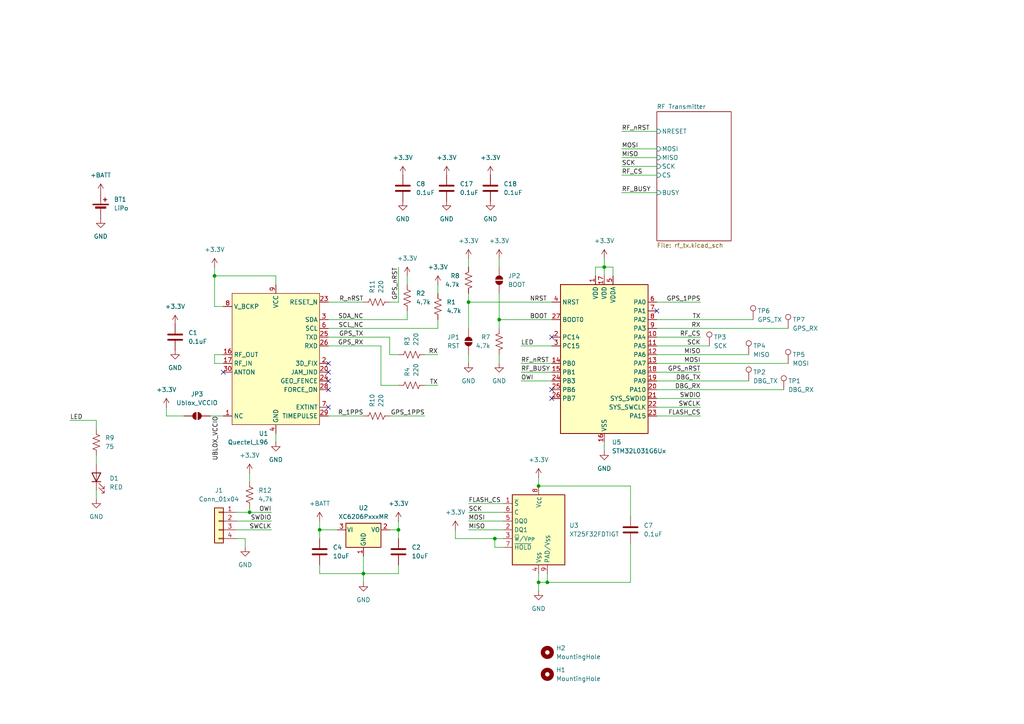
<source format=kicad_sch>
(kicad_sch (version 20231120) (generator "eeschema") (generator_version "8.0")
  (paper "A4")
  (lib_symbols
    (symbol "Connector:TestPoint" (pin_numbers hide) (pin_names (offset 0.762) hide)
      (property "Reference" "TP" (at 0 6.858 0))
      (property "Value" "TestPoint" (at 0 5.08 0))
      (symbol "TestPoint_0_1"
        (circle (center 0 3.302) (radius 0.762))
      )
      (symbol "TestPoint_1_1"
        (pin passive line (at 0 0 90) (length 2.54) (name "1") (number "1"))
      )
    )
    (symbol "Connector_Generic:Conn_01x04" (pin_names (offset 1.016) hide)
      (property "Reference" "J" (at 0 5.08 0))
      (property "Value" "Conn_01x04" (at 0 -7.62 0))
      (symbol "Conn_01x04_1_1"
        (rectangle (start -1.27 -4.953) (end 0 -5.207) (stroke (width 0.1524)))
        (rectangle (start -1.27 -2.413) (end 0 -2.667) (stroke (width 0.1524)))
        (rectangle (start -1.27 0.127) (end 0 -0.127) (stroke (width 0.1524)))
        (rectangle (start -1.27 2.667) (end 0 2.413) (stroke (width 0.1524)))
        (rectangle (start -1.27 3.81) (end 1.27 -6.35) (stroke (width 0.254)) (fill (type background)))
        (pin passive line (at -5.08 2.54 0) (length 3.81) (name "Pin_1") (number "1"))
        (pin passive line (at -5.08 0 0) (length 3.81) (name "Pin_2") (number "2"))
        (pin passive line (at -5.08 -2.54 0) (length 3.81) (name "Pin_3") (number "3"))
        (pin passive line (at -5.08 -5.08 0) (length 3.81) (name "Pin_4") (number "4"))
      )
    )
    (symbol "Device:Battery_Cell" (pin_numbers hide) (pin_names (offset 0) hide)
      (property "Reference" "BT1" (at 3.81 3.1115 0))
      (property "Value" "LiPo" (at 3.81 0.5715 0))
      (symbol "Battery_Cell_0_1"
        (rectangle (start -2.286 1.778) (end 2.286 1.524) (fill (type outline)))
        (rectangle (start -1.524 1.016) (end 1.524 0.508) (fill (type outline)))
        (polyline (pts (xy 0 0.762) (xy 0 0)))
        (polyline (pts (xy 0 1.778) (xy 0 2.54)))
        (polyline (pts (xy 0.762 3.048) (xy 1.778 3.048)) (stroke (width 0.254)))
        (polyline (pts (xy 1.27 3.556) (xy 1.27 2.54)) (stroke (width 0.254)))
      )
      (symbol "Battery_Cell_1_1"
        (pin power_out line (at 0 5.08 270) (length 2.54) (name "+") (number "1"))
        (pin power_out line (at 0 -2.54 90) (length 2.54) (name "-") (number "2"))
      )
    )
    (symbol "Device:C" (pin_numbers hide) (pin_names (offset 0.254))
      (property "Reference" "C" (at 0.635 2.54 0))
      (property "Value" "C" (at 0.635 -2.54 0))
      (symbol "C_0_1"
        (polyline (pts (xy -2.032 -0.762) (xy 2.032 -0.762)) (stroke (width 0.508)))
        (polyline (pts (xy -2.032 0.762) (xy 2.032 0.762)) (stroke (width 0.508)))
      )
      (symbol "C_1_1"
        (pin passive line (at 0 3.81 270) (length 2.794) (name "~") (number "1"))
        (pin passive line (at 0 -3.81 90) (length 2.794) (name "~") (number "2"))
      )
    )
    (symbol "Device:LED" (pin_numbers hide) (pin_names (offset 1.016) hide)
      (property "Reference" "D" (at 0 2.54 0))
      (property "Value" "LED" (at 0 -2.54 0))
      (symbol "LED_0_1"
        (polyline (pts (xy -1.27 -1.27) (xy -1.27 1.27)) (stroke (width 0.254)))
        (polyline (pts (xy -1.27 0) (xy 1.27 0)))
        (polyline (pts (xy 1.27 -1.27) (xy 1.27 1.27) (xy -1.27 0) (xy 1.27 -1.27)) (stroke (width 0.254)))
        (polyline (pts (xy -3.048 -0.762) (xy -4.572 -2.286) (xy -3.81 -2.286) (xy -4.572 -2.286) (xy -4.572 -1.524)))
        (polyline (pts (xy -1.778 -0.762) (xy -3.302 -2.286) (xy -2.54 -2.286) (xy -3.302 -2.286) (xy -3.302 -1.524)))
      )
      (symbol "LED_1_1"
        (pin passive line (at -3.81 0 0) (length 2.54) (name "K") (number "1"))
        (pin passive line (at 3.81 0 180) (length 2.54) (name "A") (number "2"))
      )
    )
    (symbol "Device:R_US" (pin_numbers hide) (pin_names (offset 0))
      (property "Reference" "R" (at 2.54 0 90))
      (property "Value" "R_US" (at -2.54 0 90))
      (symbol "R_US_0_1"
        (polyline (pts (xy 0 -2.286) (xy 0 -2.54)))
        (polyline (pts (xy 0 2.286) (xy 0 2.54)))
        (polyline (pts (xy 0 -0.762) (xy 1.016 -1.143) (xy 0 -1.524) (xy -1.016 -1.905) (xy 0 -2.286)))
        (polyline (pts (xy 0 0.762) (xy 1.016 0.381) (xy 0 0) (xy -1.016 -0.381) (xy 0 -0.762)))
        (polyline (pts (xy 0 2.286) (xy 1.016 1.905) (xy 0 1.524) (xy -1.016 1.143) (xy 0 0.762)))
      )
      (symbol "R_US_1_1"
        (pin passive line (at 0 3.81 270) (length 1.27) (name "~") (number "1"))
        (pin passive line (at 0 -3.81 90) (length 1.27) (name "~") (number "2"))
      )
    )
    (symbol "Jumper:SolderJumper_2_Open" (pin_numbers hide) (pin_names (offset 0) hide) (exclude_from_sim yes) (in_bom no)
      (property "Reference" "JP" (at 0 2.032 0))
      (property "Value" "SolderJumper_2_Open" (at 0 -2.54 0))
      (symbol "SolderJumper_2_Open_0_1"
        (arc (start -0.254 1.016) (mid -1.2656 0) (end -0.254 -1.016))
        (arc (start -0.254 1.016) (mid -1.2656 0) (end -0.254 -1.016) (fill (type outline)))
        (polyline (pts (xy -0.254 1.016) (xy -0.254 -1.016)))
        (polyline (pts (xy 0.254 1.016) (xy 0.254 -1.016)))
        (arc (start 0.254 -1.016) (mid 1.2656 0) (end 0.254 1.016))
        (arc (start 0.254 -1.016) (mid 1.2656 0) (end 0.254 1.016) (fill (type outline)))
      )
      (symbol "SolderJumper_2_Open_1_1"
        (pin passive line (at -3.81 0 0) (length 2.54) (name "A") (number "1"))
        (pin passive line (at 3.81 0 180) (length 2.54) (name "B") (number "2"))
      )
    )
    (symbol "MCU_ST_STM32L0:STM32L031G6Ux"
      (property "Reference" "U" (at -12.7 24.13 0))
      (property "Value" "STM32L031G6Ux" (at 5.08 24.13 0))
      (symbol "STM32L031G6Ux_0_1"
        (rectangle (start -12.7 -20.32) (end 12.7 22.86) (stroke (width 0.254)) (fill (type background)))
      )
      (symbol "STM32L031G6Ux_1_1"
        (pin power_in line (at -2.54 25.4 270) (length 2.54) (name "VDD") (number "1"))
        (pin bidirectional line (at 15.24 7.62 180) (length 2.54) (name "PA4") (number "10"))
        (pin bidirectional line (at 15.24 5.08 180) (length 2.54) (name "PA5") (number "11"))
        (pin bidirectional line (at 15.24 2.54 180) (length 2.54) (name "PA6") (number "12"))
        (pin bidirectional line (at 15.24 0 180) (length 2.54) (name "PA7") (number "13"))
        (pin bidirectional line (at -15.24 0 0) (length 2.54) (name "PB0") (number "14"))
        (pin bidirectional line (at -15.24 -2.54 0) (length 2.54) (name "PB1") (number "15"))
        (pin power_in line (at 0 -22.86 90) (length 2.54) (name "VSS") (number "16"))
        (pin power_in line (at 0 25.4 270) (length 2.54) (name "VDD") (number "17"))
        (pin bidirectional line (at 15.24 -2.54 180) (length 2.54) (name "PA8") (number "18"))
        (pin bidirectional line (at 15.24 -5.08 180) (length 2.54) (name "PA9") (number "19"))
        (pin bidirectional line (at -15.24 7.62 0) (length 2.54) (name "PC14") (number "2"))
        (pin bidirectional line (at 15.24 -7.62 180) (length 2.54) (name "PA10") (number "20"))
        (pin bidirectional line (at 15.24 -10.16 180) (length 2.54) (name "PA13") (number "21") (alternate "SYS_SWDIO" bidirectional line))
        (pin bidirectional line (at 15.24 -12.7 180) (length 2.54) (name "PA14") (number "22") (alternate "SYS_SWCLK" bidirectional line))
        (pin bidirectional line (at 15.24 -15.24 180) (length 2.54) (name "PA15") (number "23"))
        (pin bidirectional line (at -15.24 -5.08 0) (length 2.54) (name "PB3") (number "24"))
        (pin bidirectional line (at -15.24 -7.62 0) (length 2.54) (name "PB6") (number "25"))
        (pin bidirectional line (at -15.24 -10.16 0) (length 2.54) (name "PB7") (number "26"))
        (pin input line (at -15.24 12.7 0) (length 2.54) (name "BOOT0") (number "27"))
        (pin passive line (at 0 -22.86 90) (length 2.54) hide (name "VSS") (number "28"))
        (pin bidirectional line (at -15.24 5.08 0) (length 2.54) (name "PC15") (number "3"))
        (pin input line (at -15.24 17.78 0) (length 2.54) (name "NRST") (number "4"))
        (pin power_in line (at 2.54 25.4 270) (length 2.54) (name "VDDA") (number "5"))
        (pin bidirectional line (at 15.24 17.78 180) (length 2.54) (name "PA0") (number "6"))
        (pin bidirectional line (at 15.24 15.24 180) (length 2.54) (name "PA1") (number "7"))
        (pin bidirectional line (at 15.24 12.7 180) (length 2.54) (name "PA2") (number "8"))
        (pin bidirectional line (at 15.24 10.16 180) (length 2.54) (name "PA3") (number "9"))
      )
    )
    (symbol "Mechanical:MountingHole" (pin_names (offset 1.016)) (exclude_from_sim yes) (in_bom no)
      (property "Reference" "H" (at 0 5.08 0))
      (property "Value" "MountingHole" (at 0 3.175 0))
      (symbol "MountingHole_0_1"
        (circle (center 0 0) (radius 1.27) (stroke (width 1.27)))
      )
    )
    (symbol "Memory_Flash:M25PX32-VMP"
      (property "Reference" "U" (at -10.16 10.16 0))
      (property "Value" "M25PX32-VMP" (at 8.89 11.43 0))
      (symbol "M25PX32-VMP_0_1"
        (rectangle (start -7.62 10.16) (end 7.62 -10.16) (stroke (width 0.254)) (fill (type background)))
      )
      (symbol "M25PX32-VMP_1_1"
        (pin input line (at -10.16 7.62 0) (length 2.54) (name "~{S}") (number "1"))
        (pin bidirectional line (at -10.16 0 0) (length 2.54) (name "DQ1") (number "2"))
        (pin input line (at -10.16 -2.54 0) (length 2.54) (name "~{W}/V_{PP}") (number "3"))
        (pin power_in line (at 0 -12.7 90) (length 2.54) (name "V_{SS}") (number "4"))
        (pin bidirectional line (at -10.16 2.54 0) (length 2.54) (name "DQ0") (number "5"))
        (pin input line (at -10.16 5.08 0) (length 2.54) (name "C") (number "6"))
        (pin input line (at -10.16 -5.08 0) (length 2.54) (name "~{HOLD}") (number "7"))
        (pin power_in line (at 0 12.7 270) (length 2.54) (name "V_{CC}") (number "8"))
        (pin power_in line (at 2.54 -12.7 90) (length 2.54) (name "PAD/V_{SS}") (number "9"))
      )
    )
    (symbol "RF_Custom:Quectel_L96"
      (property "Reference" "U3" (at 2.1941 -20.32 0))
      (property "Value" "Quectel_L96" (at 2.1941 -22.86 0))
      (symbol "Quectel_L96_1_1"
        (rectangle (start -12.7 20.32) (end 12.7 -17.78) (fill (type background)))
        (pin passive line (at 15.24 -15.24 180) (length 2.54) (name "NC") (number "1"))
        (pin power_in line (at 0 -20.32 90) (length 2.54) hide (name "GND") (number "10"))
        (pin power_in line (at 0 -20.32 90) (length 2.54) hide (name "GND") (number "11"))
        (pin power_in line (at 0 -20.32 90) (length 2.54) hide (name "GND") (number "12"))
        (pin power_in line (at 0 -20.32 90) (length 2.54) hide (name "GND") (number "13"))
        (pin power_in line (at 0 -20.32 90) (length 2.54) hide (name "GND") (number "14"))
        (pin power_in line (at 0 -20.32 90) (length 2.54) hide (name "GND") (number "15"))
        (pin output line (at 15.24 2.54 180) (length 2.54) (name "RF_OUT") (number "16"))
        (pin input line (at 15.24 0 180) (length 2.54) (name "RF_IN") (number "17"))
        (pin power_in line (at 0 -20.32 90) (length 2.54) hide (name "GND") (number "18"))
        (pin power_in line (at 0 -20.32 90) (length 2.54) hide (name "GND") (number "19"))
        (pin output line (at -15.24 0 0) (length 2.54) (name "3D_FIX") (number "2"))
        (pin output line (at -15.24 -2.54 0) (length 2.54) (name "JAM_IND") (number "20"))
        (pin power_in line (at 0 -20.32 90) (length 2.54) hide (name "GND") (number "21"))
        (pin power_in line (at 0 -20.32 90) (length 2.54) hide (name "GND") (number "22"))
        (pin output line (at -15.24 17.78 0) (length 2.54) (name "RESET_N") (number "23"))
        (pin output line (at -15.24 -5.08 0) (length 2.54) (name "GEO_FENCE") (number "24"))
        (pin output line (at -15.24 7.62 0) (length 2.54) (name "TXD") (number "25"))
        (pin output line (at -15.24 5.08 0) (length 2.54) (name "RXD") (number "26"))
        (pin power_in line (at 0 -20.32 90) (length 2.54) hide (name "GND") (number "27"))
        (pin input line (at -15.24 -7.62 0) (length 2.54) (name "FORCE_ON") (number "28"))
        (pin output line (at -15.24 -15.24 0) (length 2.54) (name "TIMEPULSE") (number "29"))
        (pin bidirectional line (at -15.24 12.7 0) (length 2.54) (name "SDA") (number "3"))
        (pin output line (at 15.24 -2.54 180) (length 2.54) (name "ANTON") (number "30"))
        (pin power_in line (at 0 -20.32 90) (length 2.54) hide (name "GND") (number "31"))
        (pin power_in line (at 0 -20.32 90) (length 2.54) (name "GND") (number "4"))
        (pin power_in line (at 0 -20.32 90) (length 2.54) hide (name "GND") (number "5"))
        (pin input line (at -15.24 10.16 0) (length 2.54) (name "SCL") (number "6"))
        (pin input line (at -15.24 -12.7 0) (length 2.54) (name "EXTINT") (number "7"))
        (pin power_in line (at 15.24 16.51 180) (length 2.54) (name "V_BCKP") (number "8"))
        (pin power_in line (at 0 22.86 270) (length 2.54) (name "VCC") (number "9"))
      )
    )
    (symbol "Regulator_Linear:XC6206PxxxMR" (pin_names (offset 0.254))
      (property "Reference" "U" (at -3.81 3.175 0))
      (property "Value" "XC6206PxxxMR" (at 0 3.175 0))
      (symbol "XC6206PxxxMR_0_1"
        (rectangle (start -5.08 1.905) (end 5.08 -5.08) (stroke (width 0.254)) (fill (type background)))
      )
      (symbol "XC6206PxxxMR_1_1"
        (pin power_in line (at 0 -7.62 90) (length 2.54) (name "GND") (number "1"))
        (pin power_out line (at 7.62 0 180) (length 2.54) (name "VO") (number "2"))
        (pin power_in line (at -7.62 0 0) (length 2.54) (name "VI") (number "3"))
      )
    )
    (symbol "power:+3.3V" (power) (pin_numbers hide) (pin_names (offset 0) hide)
      (property "Value" "+3.3V" (at 0 3.556 0))
      (symbol "+3.3V_0_1"
        (polyline (pts (xy -0.762 1.27) (xy 0 2.54)))
        (polyline (pts (xy 0 0) (xy 0 2.54)))
        (polyline (pts (xy 0 2.54) (xy 0.762 1.27)))
      )
      (symbol "+3.3V_1_1"
        (pin power_in line (at 0 0 90) (length 0) (name "~") (number "1"))
      )
    )
    (symbol "power:+BATT" (power) (pin_numbers hide) (pin_names (offset 0) hide)
      (property "Value" "+BATT" (at 0 3.556 0))
      (symbol "+BATT_0_1"
        (polyline (pts (xy -0.762 1.27) (xy 0 2.54)))
        (polyline (pts (xy 0 0) (xy 0 2.54)))
        (polyline (pts (xy 0 2.54) (xy 0.762 1.27)))
      )
      (symbol "+BATT_1_1"
        (pin power_in line (at 0 0 90) (length 0) (name "~") (number "1"))
      )
    )
    (symbol "power:GND" (power) (pin_numbers hide) (pin_names (offset 0) hide)
      (property "Value" "GND" (at 0 -3.81 0))
      (symbol "GND_0_1"
        (polyline (pts (xy 0 0) (xy 0 -1.27) (xy 1.27 -1.27) (xy 0 -2.54) (xy -1.27 -1.27) (xy 0 -1.27)))
      )
      (symbol "GND_1_1"
        (pin power_in line (at 0 0 270) (length 0) (name "~") (number "1"))
      )
    )
  )
  (junction (at 156.21 140.97))
  (junction (at 156.21 168.91))
  (junction (at 175.26 77.47))
  (junction (at 105.41 166.37))
  (junction (at 143.51 156.21))
  (junction (at 92.71 153.67))
  (junction (at 115.57 153.67))
  (junction (at 144.78 92.71))
  (junction (at 135.89 87.63))
  (junction (at 72.39 148.59))
  (junction (at 158.75 168.91))
  (junction (at 62.23 80.01))
  (no_connect (at 95.25 105.41))
  (no_connect (at 160.02 97.79))
  (no_connect (at 160.02 115.57))
  (no_connect (at 95.25 113.03))
  (no_connect (at 95.25 107.95))
  (no_connect (at 190.5 90.17))
  (no_connect (at 95.25 118.11))
  (no_connect (at 64.77 107.95))
  (no_connect (at 160.02 113.03))
  (no_connect (at 95.25 110.49))
  (wire (pts (xy 190.5 97.79) (xy 203.2 97.79)))
  (wire (pts (xy 113.03 102.87) (xy 113.03 97.79)))
  (wire (pts (xy 92.71 151.13) (xy 92.71 153.67)))
  (wire (pts (xy 92.71 153.67) (xy 97.79 153.67)))
  (wire (pts (xy 190.5 92.71) (xy 218.44 92.71)))
  (wire (pts (xy 190.5 110.49) (xy 217.17 110.49)))
  (wire (pts (xy 62.23 102.87) (xy 64.77 102.87)))
  (wire (pts (xy 151.13 105.41) (xy 160.02 105.41)))
  (wire (pts (xy 80.01 82.55) (xy 80.01 80.01)))
  (wire (pts (xy 118.11 90.17) (xy 118.11 92.71)))
  (wire (pts (xy 71.12 156.21) (xy 68.58 156.21)))
  (wire (pts (xy 180.34 55.88) (xy 190.5 55.88)))
  (wire (pts (xy 177.8 77.47) (xy 175.26 77.47)))
  (wire (pts (xy 80.01 125.73) (xy 80.01 128.27)))
  (wire (pts (xy 95.25 87.63) (xy 105.41 87.63)))
  (wire (pts (xy 105.41 166.37) (xy 115.57 166.37)))
  (wire (pts (xy 135.89 74.93) (xy 135.89 77.47)))
  (wire (pts (xy 72.39 147.32) (xy 72.39 148.59)))
  (wire (pts (xy 180.34 50.8) (xy 190.5 50.8)))
  (wire (pts (xy 105.41 166.37) (xy 105.41 168.91)))
  (wire (pts (xy 64.77 88.9) (xy 62.23 88.9)))
  (wire (pts (xy 151.13 100.33) (xy 160.02 100.33)))
  (wire (pts (xy 190.5 87.63) (xy 203.2 87.63)))
  (wire (pts (xy 144.78 74.93) (xy 144.78 77.47)))
  (wire (pts (xy 72.39 137.16) (xy 72.39 139.7)))
  (wire (pts (xy 156.21 166.37) (xy 156.21 168.91)))
  (wire (pts (xy 68.58 148.59) (xy 72.39 148.59)))
  (wire (pts (xy 182.88 168.91) (xy 158.75 168.91)))
  (wire (pts (xy 68.58 153.67) (xy 78.74 153.67)))
  (wire (pts (xy 27.94 124.46) (xy 27.94 121.92)))
  (wire (pts (xy 72.39 148.59) (xy 78.74 148.59)))
  (wire (pts (xy 190.5 95.25) (xy 228.6 95.25)))
  (wire (pts (xy 115.57 111.76) (xy 110.49 111.76)))
  (wire (pts (xy 92.71 153.67) (xy 92.71 156.21)))
  (wire (pts (xy 190.5 118.11) (xy 203.2 118.11)))
  (wire (pts (xy 115.57 153.67) (xy 113.03 153.67)))
  (wire (pts (xy 95.25 97.79) (xy 113.03 97.79)))
  (wire (pts (xy 158.75 166.37) (xy 158.75 168.91)))
  (wire (pts (xy 115.57 77.47) (xy 115.57 87.63)))
  (wire (pts (xy 20.32 121.92) (xy 27.94 121.92)))
  (wire (pts (xy 115.57 102.87) (xy 113.03 102.87)))
  (wire (pts (xy 135.89 148.59) (xy 146.05 148.59)))
  (wire (pts (xy 172.72 80.01) (xy 172.72 77.47)))
  (wire (pts (xy 190.5 102.87) (xy 217.17 102.87)))
  (wire (pts (xy 190.5 107.95) (xy 203.2 107.95)))
  (wire (pts (xy 95.25 120.65) (xy 105.41 120.65)))
  (wire (pts (xy 143.51 156.21) (xy 146.05 156.21)))
  (wire (pts (xy 190.5 120.65) (xy 203.2 120.65)))
  (wire (pts (xy 127 82.55) (xy 127 85.09)))
  (wire (pts (xy 135.89 153.67) (xy 146.05 153.67)))
  (wire (pts (xy 190.5 48.26) (xy 180.34 48.26)))
  (wire (pts (xy 151.13 110.49) (xy 160.02 110.49)))
  (wire (pts (xy 105.41 161.29) (xy 105.41 166.37)))
  (wire (pts (xy 182.88 140.97) (xy 182.88 149.86)))
  (wire (pts (xy 127 92.71) (xy 127 95.25)))
  (wire (pts (xy 92.71 163.83) (xy 92.71 166.37)))
  (wire (pts (xy 60.96 120.65) (xy 64.77 120.65)))
  (wire (pts (xy 80.01 80.01) (xy 62.23 80.01)))
  (wire (pts (xy 132.08 156.21) (xy 143.51 156.21)))
  (wire (pts (xy 95.25 95.25) (xy 127 95.25)))
  (wire (pts (xy 95.25 100.33) (xy 110.49 100.33)))
  (wire (pts (xy 151.13 107.95) (xy 160.02 107.95)))
  (wire (pts (xy 175.26 77.47) (xy 175.26 80.01)))
  (wire (pts (xy 156.21 140.97) (xy 182.88 140.97)))
  (wire (pts (xy 175.26 74.93) (xy 175.26 77.47)))
  (wire (pts (xy 156.21 168.91) (xy 156.21 171.45)))
  (wire (pts (xy 190.5 45.72) (xy 180.34 45.72)))
  (wire (pts (xy 48.26 118.11) (xy 48.26 120.65)))
  (wire (pts (xy 190.5 115.57) (xy 203.2 115.57)))
  (wire (pts (xy 156.21 168.91) (xy 158.75 168.91)))
  (wire (pts (xy 190.5 113.03) (xy 227.33 113.03)))
  (wire (pts (xy 62.23 88.9) (xy 62.23 80.01)))
  (wire (pts (xy 92.71 166.37) (xy 105.41 166.37)))
  (wire (pts (xy 118.11 80.01) (xy 118.11 82.55)))
  (wire (pts (xy 172.72 77.47) (xy 175.26 77.47)))
  (wire (pts (xy 95.25 92.71) (xy 118.11 92.71)))
  (wire (pts (xy 110.49 111.76) (xy 110.49 100.33)))
  (wire (pts (xy 68.58 151.13) (xy 78.74 151.13)))
  (wire (pts (xy 71.12 158.75) (xy 71.12 156.21)))
  (wire (pts (xy 182.88 157.48) (xy 182.88 168.91)))
  (wire (pts (xy 27.94 142.24) (xy 27.94 144.78)))
  (wire (pts (xy 115.57 151.13) (xy 115.57 153.67)))
  (wire (pts (xy 144.78 85.09) (xy 144.78 92.71)))
  (wire (pts (xy 190.5 43.18) (xy 180.34 43.18)))
  (wire (pts (xy 156.21 140.97) (xy 156.21 138.43)))
  (wire (pts (xy 190.5 105.41) (xy 228.6 105.41)))
  (wire (pts (xy 113.03 87.63) (xy 115.57 87.63)))
  (wire (pts (xy 180.34 38.1) (xy 190.5 38.1)))
  (wire (pts (xy 175.26 128.27) (xy 175.26 130.81)))
  (wire (pts (xy 27.94 132.08) (xy 27.94 134.62)))
  (wire (pts (xy 48.26 120.65) (xy 53.34 120.65)))
  (wire (pts (xy 135.89 87.63) (xy 160.02 87.63)))
  (wire (pts (xy 144.78 95.25) (xy 144.78 92.71)))
  (wire (pts (xy 144.78 92.71) (xy 160.02 92.71)))
  (wire (pts (xy 135.89 102.87) (xy 135.89 105.41)))
  (wire (pts (xy 190.5 100.33) (xy 205.74 100.33)))
  (wire (pts (xy 143.51 158.75) (xy 143.51 156.21)))
  (wire (pts (xy 123.19 111.76) (xy 127 111.76)))
  (wire (pts (xy 62.23 77.47) (xy 62.23 80.01)))
  (wire (pts (xy 135.89 87.63) (xy 135.89 95.25)))
  (wire (pts (xy 115.57 153.67) (xy 115.57 156.21)))
  (wire (pts (xy 177.8 80.01) (xy 177.8 77.47)))
  (wire (pts (xy 146.05 158.75) (xy 143.51 158.75)))
  (wire (pts (xy 132.08 153.67) (xy 132.08 156.21)))
  (wire (pts (xy 135.89 85.09) (xy 135.89 87.63)))
  (wire (pts (xy 144.78 102.87) (xy 144.78 105.41)))
  (wire (pts (xy 62.23 105.41) (xy 62.23 102.87)))
  (wire (pts (xy 135.89 151.13) (xy 146.05 151.13)))
  (wire (pts (xy 123.19 102.87) (xy 127 102.87)))
  (wire (pts (xy 115.57 163.83) (xy 115.57 166.37)))
  (wire (pts (xy 113.03 120.65) (xy 123.19 120.65)))
  (wire (pts (xy 64.77 105.41) (xy 62.23 105.41)))
  (wire (pts (xy 135.89 146.05) (xy 146.05 146.05)))
  (label "FLASH_CS" (at 203.2 120.65 180))
  (label "DBG_TX" (at 203.2 110.49 180))
  (label "DBG_RX" (at 203.2 113.03 180))
  (label "TX" (at 203.2 92.71 180))
  (label "SCK" (at 135.89 148.59 0))
  (label "TX" (at 127 111.76 180))
  (label "RF_BUSY" (at 180.34 55.88 0))
  (label "RF_nRST" (at 151.13 105.41 0))
  (label "MISO" (at 135.89 153.67 0))
  (label "GPS_nRST" (at 203.2 107.95 180))
  (label "OWI" (at 78.74 148.59 180))
  (label "R_1PPS" (at 105.41 120.65 180))
  (label "SWCLK" (at 78.74 153.67 180))
  (label "LED" (at 20.32 121.92 0))
  (label "SDA_NC" (at 105.41 92.71 180))
  (label "BOOT" (at 153.67 92.71 0))
  (label "R_nRST" (at 105.41 87.63 180))
  (label "GPS_RX" (at 105.41 100.33 180))
  (label "NRST" (at 153.67 87.63 0))
  (label "RX" (at 203.2 95.25 180))
  (label "MISO" (at 180.34 45.72 0))
  (label "UBLOX_VCCIO" (at 63.5 120.65 270))
  (label "OWI" (at 151.13 110.49 0))
  (label "GPS_1PPS" (at 203.2 87.63 180))
  (label "MOSI" (at 203.2 105.41 180))
  (label "GPS_1PPS" (at 123.19 120.65 180))
  (label "RF_BUSY" (at 151.13 107.95 0))
  (label "GPS_TX" (at 105.41 97.79 180))
  (label "MOSI" (at 180.34 43.18 0))
  (label "SWDIO" (at 203.2 115.57 180))
  (label "SCK" (at 180.34 48.26 0))
  (label "SCL_NC" (at 105.41 95.25 180))
  (label "FLASH_CS" (at 135.89 146.05 0))
  (label "RF_nRST" (at 180.34 38.1 0))
  (label "GPS_nRST" (at 115.57 77.47 270))
  (label "SWDIO" (at 78.74 151.13 180))
  (label "MOSI" (at 135.89 151.13 0))
  (label "LED" (at 151.13 100.33 0))
  (label "SCK" (at 203.2 100.33 180))
  (label "RX" (at 127 102.87 180))
  (label "RF_CS" (at 180.34 50.8 0))
  (label "RF_CS" (at 203.2 97.79 180))
  (label "SWCLK" (at 203.2 118.11 180))
  (label "MISO" (at 203.2 102.87 180))
  (symbol (lib_id "Device:C") (at 129.54 54.61 0) (unit 1)
    (property "Reference" "C17" (at 133.35 53.34 0) (effects (justify left)))
    (property "Value" "0.1uF" (at 133.35 55.88 0) (effects (justify left)))
    (property "Footprint" "Capacitor_SMD:C_0402_1005Metric" (effects (hide yes)))
    (property "Description" "Unpolarized capacitor" (effects (hide yes)))
    (property "LCSC" "C1525" (effects (hide yes)))
  )
  (symbol (lib_id "Connector:TestPoint") (at 228.6 105.41 0) (unit 1)
    (property "Reference" "TP5" (at 229.87 102.87 0) (effects (justify left)))
    (property "Value" "MOSI" (at 229.87 105.41 0) (effects (justify left)))
    (property "Footprint" "TestPoint:TestPoint_Pad_D1.0mm" (effects (hide yes)))
    (property "Description" "test point" (effects (hide yes)))
  )
  (symbol (lib_id "Connector:TestPoint") (at 228.6 95.25 0) (unit 1)
    (property "Reference" "TP7" (at 229.87 92.71 0) (effects (justify left)))
    (property "Value" "GPS_RX" (at 229.87 95.25 0) (effects (justify left)))
    (property "Footprint" "TestPoint:TestPoint_Pad_D1.0mm" (effects (hide yes)))
    (property "Description" "test point" (effects (hide yes)))
  )
  (symbol (lib_id "power:+3.3V") (at 118.11 80.01 0) (unit 1)
    (property "Reference" "#PWR037" (effects (hide yes)))
    (property "Value" "+3.3V" (at 118.11 74.93 0))
    (property "Description" "Power symbol creates a global label with name \"+3.3V\"" (effects (hide yes)))
  )
  (symbol (lib_id "power:GND") (at 129.54 58.42 0) (unit 1)
    (property "Reference" "#PWR022" (effects (hide yes)))
    (property "Value" "GND" (at 129.54 63.5 0))
    (property "Description" "Power symbol creates a global label with name \"GND\" , ground" (effects (hide yes)))
  )
  (symbol (lib_id "Device:R_US") (at 144.78 99.06 0) (mirror y) (unit 1)
    (property "Reference" "R7" (at 142.24 97.79 0) (effects (justify left)))
    (property "Value" "4.7k" (at 142.24 100.33 0) (effects (justify left)))
    (property "Footprint" "Resistor_SMD:R_0402_1005Metric" (effects (hide yes)))
    (property "Description" "Resistor, US symbol" (effects (hide yes)))
    (property "LCSC" "C25900" (effects (hide yes)))
  )
  (symbol (lib_id "power:GND") (at 142.24 58.42 0) (unit 1)
    (property "Reference" "#PWR024" (effects (hide yes)))
    (property "Value" "GND" (at 142.24 63.5 0))
    (property "Description" "Power symbol creates a global label with name \"GND\" , ground" (effects (hide yes)))
  )
  (symbol (lib_id "Device:C") (at 116.84 54.61 0) (unit 1)
    (property "Reference" "C8" (at 120.65 53.34 0) (effects (justify left)))
    (property "Value" "0.1uF" (at 120.65 55.88 0) (effects (justify left)))
    (property "Footprint" "Capacitor_SMD:C_0402_1005Metric" (effects (hide yes)))
    (property "Description" "Unpolarized capacitor" (effects (hide yes)))
    (property "LCSC" "C1525" (effects (hide yes)))
  )
  (symbol (lib_id "Connector_Generic:Conn_01x04") (at 63.5 151.13 0) (mirror y) (unit 1)
    (property "Reference" "J1" (at 63.5 142.24 0))
    (property "Value" "Conn_01x04" (at 63.5 144.78 0))
    (property "Footprint" "Connector_Molex:Molex_PicoBlade_53047-0410_1x04_P1.25mm_Vertical" (effects (hide yes)))
    (property "Description" "Generic connector, single row, 01x04, script generated (kicad-library-utils/schlib/autogen/connector/)" (effects (hide yes)))
    (property "JLCPCB_IGNORE" "ignore" (effects (hide yes)))
  )
  (symbol (lib_id "power:GND") (at 50.8 101.6 0) (unit 1)
    (property "Reference" "#PWR027" (effects (hide yes)))
    (property "Value" "GND" (at 50.8 106.68 0))
    (property "Description" "Power symbol creates a global label with name \"GND\" , ground" (effects (hide yes)))
  )
  (symbol (lib_id "power:+3.3V") (at 72.39 137.16 0) (unit 1)
    (property "Reference" "#PWR047" (effects (hide yes)))
    (property "Value" "+3.3V" (at 72.39 132.08 0))
    (property "Description" "Power symbol creates a global label with name \"+3.3V\"" (effects (hide yes)))
  )
  (symbol (lib_id "Connector:TestPoint") (at 227.33 113.03 0) (unit 1)
    (property "Reference" "TP1" (at 228.6 110.49 0) (effects (justify left)))
    (property "Value" "DBG_RX" (at 228.6 113.03 0) (effects (justify left)))
    (property "Footprint" "TestPoint:TestPoint_Pad_D1.0mm" (effects (hide yes)))
    (property "Description" "test point" (effects (hide yes)))
  )
  (symbol (lib_id "Connector:TestPoint") (at 205.74 100.33 0) (unit 1)
    (property "Reference" "TP3" (at 207.01 97.79 0) (effects (justify left)))
    (property "Value" "SCK" (at 207.01 100.33 0) (effects (justify left)))
    (property "Footprint" "TestPoint:TestPoint_Pad_D1.0mm" (effects (hide yes)))
    (property "Description" "test point" (effects (hide yes)))
  )
  (symbol (lib_id "power:+3.3V") (at 142.24 50.8 0) (unit 1)
    (property "Reference" "#PWR023" (effects (hide yes)))
    (property "Value" "+3.3V" (at 142.24 45.72 0))
    (property "Description" "Power symbol creates a global label with name \"+3.3V\"" (effects (hide yes)))
  )
  (symbol (lib_id "Device:R_US") (at 135.89 81.28 0) (mirror y) (unit 1)
    (property "Reference" "R8" (at 133.35 80.01 0) (effects (justify left)))
    (property "Value" "4.7k" (at 133.35 82.55 0) (effects (justify left)))
    (property "Footprint" "Resistor_SMD:R_0402_1005Metric" (effects (hide yes)))
    (property "Description" "Resistor, US symbol" (effects (hide yes)))
    (property "LCSC" "C25900" (effects (hide yes)))
  )
  (symbol (lib_id "power:+BATT") (at 29.21 55.88 0) (unit 1)
    (property "Reference" "#PWR032" (effects (hide yes)))
    (property "Value" "+BATT" (at 29.21 50.8 0))
    (property "Description" "Power symbol creates a global label with name \"+BATT\"" (effects (hide yes)))
  )
  (symbol (lib_id "power:GND") (at 156.21 171.45 0) (unit 1)
    (property "Reference" "#PWR045" (effects (hide yes)))
    (property "Value" "GND" (at 156.21 176.53 0))
    (property "Description" "Power symbol creates a global label with name \"GND\" , ground" (effects (hide yes)))
  )
  (symbol (lib_id "power:+3.3V") (at 129.54 50.8 0) (unit 1)
    (property "Reference" "#PWR021" (effects (hide yes)))
    (property "Value" "+3.3V" (at 129.54 45.72 0))
    (property "Description" "Power symbol creates a global label with name \"+3.3V\"" (effects (hide yes)))
  )
  (symbol (lib_id "Device:C") (at 182.88 153.67 0) (unit 1)
    (property "Reference" "C7" (at 186.69 152.4 0) (effects (justify left)))
    (property "Value" "0.1uF" (at 186.69 154.94 0) (effects (justify left)))
    (property "Footprint" "Capacitor_SMD:C_0402_1005Metric" (effects (hide yes)))
    (property "Description" "Unpolarized capacitor" (effects (hide yes)))
    (property "LCSC" "C1525" (effects (hide yes)))
  )
  (symbol (lib_id "Connector:TestPoint") (at 217.17 102.87 0) (unit 1)
    (property "Reference" "TP4" (at 218.44 100.33 0) (effects (justify left)))
    (property "Value" "MISO" (at 218.44 102.87 0) (effects (justify left)))
    (property "Footprint" "TestPoint:TestPoint_Pad_D1.0mm" (effects (hide yes)))
    (property "Description" "test point" (effects (hide yes)))
  )
  (symbol (lib_id "power:GND") (at 80.01 128.27 0) (unit 1)
    (property "Reference" "#PWR029" (effects (hide yes)))
    (property "Value" "GND" (at 80.01 133.35 0))
    (property "Description" "Power symbol creates a global label with name \"GND\" , ground" (effects (hide yes)))
  )
  (symbol (lib_id "power:GND") (at 175.26 130.81 0) (unit 1)
    (property "Reference" "#PWR04" (effects (hide yes)))
    (property "Value" "GND" (at 175.26 135.89 0))
    (property "Description" "Power symbol creates a global label with name \"GND\" , ground" (effects (hide yes)))
  )
  (symbol (lib_id "MCU_ST_STM32L0:STM32L031G6Ux") (at 175.26 105.41 0) (unit 1)
    (property "Reference" "U5" (at 177.4541 128.27 0) (effects (justify left)))
    (property "Value" "STM32L031G6Ux" (at 177.4541 130.81 0) (effects (justify left)))
    (property "Footprint" "Package_DFN_QFN:QFN-28_4x4mm_P0.5mm" (effects (hide yes)))
    (property "Datasheet" "https://www.st.com/resource/en/datasheet/stm32l031g6.pdf" (effects (hide yes)))
    (property "Description" "STMicroelectronics Arm Cortex-M0+ MCU, 32KB flash, 8KB RAM, 32 MHz, 1.65-3.6V, 21 GPIO, UFQFPN28" (effects (hide yes)))
    (property "LCSC" "C96514" (effects (hide yes)))
    (property "JLCPCB_CORRECTION" "0;0;-90" (effects (hide yes)))
    (pin "22" (alternate "SYS_SWCLK"))
    (pin "21" (alternate "SYS_SWDIO"))
  )
  (symbol (lib_id "Device:R_US") (at 72.39 143.51 0) (unit 1)
    (property "Reference" "R12" (at 74.93 142.24 0) (effects (justify left)))
    (property "Value" "4.7k" (at 74.93 144.78 0) (effects (justify left)))
    (property "Footprint" "Resistor_SMD:R_0402_1005Metric" (effects (hide yes)))
    (property "Description" "Resistor, US symbol" (effects (hide yes)))
    (property "LCSC" "C25900" (effects (hide yes)))
  )
  (symbol (lib_id "power:GND") (at 144.78 105.41 0) (unit 1)
    (property "Reference" "#PWR041" (effects (hide yes)))
    (property "Value" "GND" (at 144.78 110.49 0))
    (property "Description" "Power symbol creates a global label with name \"GND\" , ground" (effects (hide yes)))
  )
  (symbol (lib_id "power:+3.3V") (at 132.08 153.67 0) (unit 1)
    (property "Reference" "#PWR043" (effects (hide yes)))
    (property "Value" "+3.3V" (at 132.08 148.59 0))
    (property "Description" "Power symbol creates a global label with name \"+3.3V\"" (effects (hide yes)))
  )
  (symbol (lib_id "Connector:TestPoint") (at 217.17 110.49 0) (unit 1)
    (property "Reference" "TP2" (at 218.44 107.95 0) (effects (justify left)))
    (property "Value" "DBG_TX" (at 218.44 110.49 0) (effects (justify left)))
    (property "Footprint" "TestPoint:TestPoint_Pad_D1.0mm" (effects (hide yes)))
    (property "Description" "test point" (effects (hide yes)))
  )
  (symbol (lib_id "power:+3.3V") (at 156.21 138.43 0) (unit 1)
    (property "Reference" "#PWR044" (effects (hide yes)))
    (property "Value" "+3.3V" (at 156.21 133.35 0))
    (property "Description" "Power symbol creates a global label with name \"+3.3V\"" (effects (hide yes)))
  )
  (symbol (lib_id "Device:LED") (at 27.94 138.43 90) (unit 1)
    (property "Reference" "D1" (at 31.75 138.7474 90) (effects (justify right)))
    (property "Value" "RED" (at 31.75 141.2874 90) (effects (justify right)))
    (property "Footprint" "LED_SMD:LED_0603_1608Metric" (effects (hide yes)))
    (property "Datasheet" "https://jlcpcb.com/api/file/downloadByFileSystemAccessId/8550723991833485312" (effects (hide yes)))
    (property "Description" "Light emitting diode" (effects (hide yes)))
    (property "LCSC" "C2286" (effects (hide yes)))
  )
  (symbol (lib_id "Device:C") (at 142.24 54.61 0) (unit 1)
    (property "Reference" "C18" (at 146.05 53.34 0) (effects (justify left)))
    (property "Value" "0.1uF" (at 146.05 55.88 0) (effects (justify left)))
    (property "Footprint" "Capacitor_SMD:C_0402_1005Metric" (effects (hide yes)))
    (property "Description" "Unpolarized capacitor" (effects (hide yes)))
    (property "LCSC" "C1525" (effects (hide yes)))
  )
  (symbol (lib_id "Device:C") (at 92.71 160.02 0) (unit 1)
    (property "Reference" "C4" (at 96.52 158.75 0) (effects (justify left)))
    (property "Value" "10uF" (at 96.52 161.29 0) (effects (justify left)))
    (property "Footprint" "Capacitor_SMD:C_0603_1608Metric" (effects (hide yes)))
    (property "Description" "Unpolarized capacitor" (effects (hide yes)))
    (property "LCSC" "C19702" (effects (hide yes)))
  )
  (symbol (lib_id "Device:R_US") (at 119.38 102.87 90) (unit 1)
    (property "Reference" "R3" (at 118.11 100.33 0) (effects (justify left)))
    (property "Value" "220" (at 120.65 100.33 0) (effects (justify left)))
    (property "Footprint" "Resistor_SMD:R_0402_1005Metric" (effects (hide yes)))
    (property "Description" "Resistor, US symbol" (effects (hide yes)))
    (property "LCSC" "C25091" (effects (hide yes)))
  )
  (symbol (lib_id "Jumper:SolderJumper_2_Open") (at 57.15 120.65 0) (unit 1) (exclude_from_sim yes) (in_bom no)
    (property "Reference" "JP3" (at 57.15 114.3 0))
    (property "Value" "Ublox_VCCIO" (at 57.15 116.84 0))
    (property "Footprint" "Jumper:SolderJumper-2_P1.3mm_Open_TrianglePad1.0x1.5mm" (effects (hide yes)))
    (property "Description" "Solder Jumper, 2-pole, open" (effects (hide yes)))
  )
  (symbol (lib_id "power:GND") (at 116.84 58.42 0) (unit 1)
    (property "Reference" "#PWR020" (effects (hide yes)))
    (property "Value" "GND" (at 116.84 63.5 0))
    (property "Description" "Power symbol creates a global label with name \"GND\" , ground" (effects (hide yes)))
  )
  (symbol (lib_id "power:+3.3V") (at 175.26 74.93 0) (unit 1)
    (property "Reference" "#PWR02" (effects (hide yes)))
    (property "Value" "+3.3V" (at 175.26 69.85 0))
    (property "Description" "Power symbol creates a global label with name \"+3.3V\"" (effects (hide yes)))
  )
  (symbol (lib_id "RF_Custom:Quectel_L96") (at 80.01 105.41 0) (mirror y) (unit 1)
    (property "Reference" "U1" (at 77.8159 125.73 0) (effects (justify left)))
    (property "Value" "Quectel_L96" (at 77.8159 128.27 0) (effects (justify left)))
    (property "Footprint" "RF_Module_Custom:CAM-M8_QuectelL96" (effects (hide yes)))
    (property "Datasheet" "https://mm.digikey.com/Volume0/opasdata/d220001/medias/docus/3626/L96_HD.pdf" (effects (hide yes)))
    (property "Description" "Quectel L96 integrated GNSS module" (effects (hide yes)))
    (property "LCSC" "C5197298" (effects (hide yes)))
    (property "JLCPCB_CORRECTION" "0;7.52;180" (effects (hide yes)))
  )
  (symbol (lib_id "Device:Battery_Cell") (at 29.21 60.96 0) (unit 1)
    (property "Reference" "BT1" (at 33.02 57.8485 0) (effects (justify left)))
    (property "Value" "LiPo" (at 33.02 60.3885 0) (effects (justify left)))
    (property "Footprint" "Connector_PinHeader_2.00mm:PinHeader_1x02_P2.00mm_Vertical" (effects (hide yes)))
    (property "Description" "Single-cell battery" (effects (hide yes)))
    (property "JLCPCB_IGNORE" "ignore" (effects (hide yes)))
  )
  (symbol (lib_id "power:+3.3V") (at 48.26 118.11 0) (unit 1)
    (property "Reference" "#PWR025" (effects (hide yes)))
    (property "Value" "+3.3V" (at 48.26 113.03 0))
    (property "Description" "Power symbol creates a global label with name \"+3.3V\"" (effects (hide yes)))
  )
  (symbol (lib_id "Device:C") (at 115.57 160.02 0) (unit 1)
    (property "Reference" "C2" (at 119.38 158.75 0) (effects (justify left)))
    (property "Value" "10uF" (at 119.38 161.29 0) (effects (justify left)))
    (property "Footprint" "Capacitor_SMD:C_0603_1608Metric" (effects (hide yes)))
    (property "Description" "Unpolarized capacitor" (effects (hide yes)))
    (property "LCSC" "C19702" (effects (hide yes)))
  )
  (symbol (lib_id "power:+3.3V") (at 116.84 50.8 0) (unit 1)
    (property "Reference" "#PWR019" (effects (hide yes)))
    (property "Value" "+3.3V" (at 116.84 45.72 0))
    (property "Description" "Power symbol creates a global label with name \"+3.3V\"" (effects (hide yes)))
  )
  (symbol (lib_id "Device:R_US") (at 109.22 87.63 90) (unit 1)
    (property "Reference" "R11" (at 107.95 85.09 0) (effects (justify left)))
    (property "Value" "220" (at 110.49 85.09 0) (effects (justify left)))
    (property "Footprint" "Resistor_SMD:R_0402_1005Metric" (effects (hide yes)))
    (property "Description" "Resistor, US symbol" (effects (hide yes)))
    (property "LCSC" "C25091" (effects (hide yes)))
  )
  (symbol (lib_id "Mechanical:MountingHole") (at 158.75 189.23 0) (unit 1) (exclude_from_sim yes) (in_bom no)
    (property "Reference" "H2" (at 161.29 187.9599 0) (effects (justify left)))
    (property "Value" "MountingHole" (at 161.29 190.4999 0) (effects (justify left)))
    (property "Footprint" "MountingHole:MountingHole_2.2mm_M2" (effects (hide yes)))
    (property "Description" "Mounting Hole without connection" (effects (hide yes)))
  )
  (symbol (lib_id "power:GND") (at 105.41 168.91 0) (unit 1)
    (property "Reference" "#PWR035" (effects (hide yes)))
    (property "Value" "GND" (at 105.41 173.99 0))
    (property "Description" "Power symbol creates a global label with name \"GND\" , ground" (effects (hide yes)))
  )
  (symbol (lib_id "Device:R_US") (at 27.94 128.27 180) (unit 1)
    (property "Reference" "R9" (at 30.48 126.9999 0) (effects (justify right)))
    (property "Value" "75" (at 30.48 129.5399 0) (effects (justify right)))
    (property "Footprint" "Resistor_SMD:R_0402_1005Metric" (effects (hide yes)))
    (property "Description" "Resistor, US symbol" (effects (hide yes)))
    (property "LCSC" "C25133" (effects (hide yes)))
  )
  (symbol (lib_id "Device:R_US") (at 118.11 86.36 0) (unit 1)
    (property "Reference" "R2" (at 120.65 85.09 0) (effects (justify left)))
    (property "Value" "4.7k" (at 120.65 87.63 0) (effects (justify left)))
    (property "Footprint" "Resistor_SMD:R_0402_1005Metric" (effects (hide yes)))
    (property "Description" "Resistor, US symbol" (effects (hide yes)))
    (property "LCSC" "C25900" (effects (hide yes)))
  )
  (symbol (lib_id "Mechanical:MountingHole") (at 158.75 195.58 0) (unit 1) (exclude_from_sim yes) (in_bom no)
    (property "Reference" "H1" (at 161.29 194.3099 0) (effects (justify left)))
    (property "Value" "MountingHole" (at 161.29 196.8499 0) (effects (justify left)))
    (property "Footprint" "MountingHole:MountingHole_2.2mm_M2" (effects (hide yes)))
    (property "Description" "Mounting Hole without connection" (effects (hide yes)))
  )
  (symbol (lib_id "Memory_Flash:M25PX32-VMP") (at 156.21 153.67 0) (unit 1)
    (property "Reference" "U3" (at 165.1 152.3999 0) (effects (justify left)))
    (property "Value" "XT25F32FDTIGT" (at 165.1 154.9399 0) (effects (justify left)))
    (property "Footprint" "Package_SON:Winbond_USON-8-1EP_3x2mm_P0.5mm_EP0.2x1.6mm" (effects (hide yes)))
    (property "Datasheet" "https://www.mouser.de/datasheet/2/671/M25PX32-1282938.pdf" (effects (hide yes)))
    (property "Description" "32Mb, Dual I/O, 4KB Subsector Erase, 3V Serial Flash Memory with 75 MHz SPI Bus Interface, DFN-8" (effects (hide yes)))
    (property "LCSC" "C7429719" (effects (hide yes)))
    (property "JLCPCB_CORRECTION" "0;0;-90" (effects (hide yes)))
  )
  (symbol (lib_id "power:+BATT") (at 92.71 151.13 0) (unit 1)
    (property "Reference" "#PWR034" (effects (hide yes)))
    (property "Value" "+BATT" (at 92.71 146.05 0))
    (property "Description" "Power symbol creates a global label with name \"+BATT\"" (effects (hide yes)))
  )
  (symbol (lib_id "power:GND") (at 27.94 144.78 0) (unit 1)
    (property "Reference" "#PWR06" (effects (hide yes)))
    (property "Value" "GND" (at 27.94 149.86 0))
    (property "Description" "Power symbol creates a global label with name \"GND\" , ground" (effects (hide yes)))
  )
  (symbol (lib_id "Device:R_US") (at 119.38 111.76 90) (unit 1)
    (property "Reference" "R4" (at 118.11 109.22 0) (effects (justify left)))
    (property "Value" "220" (at 120.65 109.22 0) (effects (justify left)))
    (property "Footprint" "Resistor_SMD:R_0402_1005Metric" (effects (hide yes)))
    (property "Description" "Resistor, US symbol" (effects (hide yes)))
    (property "LCSC" "C25091" (effects (hide yes)))
  )
  (symbol (lib_id "Device:C") (at 50.8 97.79 0) (unit 1)
    (property "Reference" "C1" (at 54.61 96.52 0) (effects (justify left)))
    (property "Value" "0.1uF" (at 54.61 99.06 0) (effects (justify left)))
    (property "Footprint" "Capacitor_SMD:C_0402_1005Metric" (effects (hide yes)))
    (property "Description" "Unpolarized capacitor" (effects (hide yes)))
    (property "LCSC" "C1525" (effects (hide yes)))
  )
  (symbol (lib_id "Regulator_Linear:XC6206PxxxMR") (at 105.41 153.67 0) (unit 1)
    (property "Reference" "U2" (at 105.41 147.32 0))
    (property "Value" "XC6206PxxxMR" (at 105.41 149.86 0))
    (property "Footprint" "Package_TO_SOT_SMD:SOT-23-3" (effects (hide yes)))
    (property "Datasheet" "https://www.torexsemi.com/file/xc6206/XC6206.pdf" (effects (hide yes)))
    (property "Description" "Positive 60-250mA Low Dropout Regulator, Fixed Output, SOT-23" (effects (hide yes)))
    (property "LCSC" "C5446" (effects (hide yes)))
    (property "JLCPCB_CORRECTION" "0;0;180" (effects (hide yes)))
  )
  (symbol (lib_id "power:GND") (at 29.21 63.5 0) (unit 1)
    (property "Reference" "#PWR031" (effects (hide yes)))
    (property "Value" "GND" (at 29.21 68.58 0))
    (property "Description" "Power symbol creates a global label with name \"GND\" , ground" (effects (hide yes)))
  )
  (symbol (lib_id "power:+3.3V") (at 144.78 74.93 0) (mirror y) (unit 1)
    (property "Reference" "#PWR042" (effects (hide yes)))
    (property "Value" "+3.3V" (at 144.78 69.85 0))
    (property "Description" "Power symbol creates a global label with name \"+3.3V\"" (effects (hide yes)))
  )
  (symbol (lib_id "Device:R_US") (at 127 88.9 0) (unit 1)
    (property "Reference" "R1" (at 129.54 87.63 0) (effects (justify left)))
    (property "Value" "4.7k" (at 129.54 90.17 0) (effects (justify left)))
    (property "Footprint" "Resistor_SMD:R_0402_1005Metric" (effects (hide yes)))
    (property "Description" "Resistor, US symbol" (effects (hide yes)))
    (property "LCSC" "C25900" (effects (hide yes)))
  )
  (symbol (lib_id "power:+3.3V") (at 127 82.55 0) (unit 1)
    (property "Reference" "#PWR038" (effects (hide yes)))
    (property "Value" "+3.3V" (at 127 77.47 0))
    (property "Description" "Power symbol creates a global label with name \"+3.3V\"" (effects (hide yes)))
  )
  (symbol (lib_id "power:GND") (at 71.12 158.75 0) (unit 1)
    (property "Reference" "#PWR030" (effects (hide yes)))
    (property "Value" "GND" (at 71.12 163.83 0))
    (property "Description" "Power symbol creates a global label with name \"GND\" , ground" (effects (hide yes)))
  )
  (symbol (lib_id "power:+3.3V") (at 135.89 74.93 0) (mirror y) (unit 1)
    (property "Reference" "#PWR039" (effects (hide yes)))
    (property "Value" "+3.3V" (at 135.89 69.85 0))
    (property "Description" "Power symbol creates a global label with name \"+3.3V\"" (effects (hide yes)))
  )
  (symbol (lib_id "Jumper:SolderJumper_2_Open") (at 135.89 99.06 90) (unit 1) (exclude_from_sim yes) (in_bom no)
    (property "Reference" "JP1" (at 133.35 97.7899 90) (effects (justify left)))
    (property "Value" "RST" (at 133.35 100.3299 90) (effects (justify left)))
    (property "Footprint" "Jumper:SolderJumper-2_P1.3mm_Open_RoundedPad1.0x1.5mm" (effects (hide yes)))
    (property "Description" "Solder Jumper, 2-pole, open" (effects (hide yes)))
  )
  (symbol (lib_id "power:+3.3V") (at 50.8 93.98 0) (unit 1)
    (property "Reference" "#PWR026" (effects (hide yes)))
    (property "Value" "+3.3V" (at 50.8 88.9 0))
    (property "Description" "Power symbol creates a global label with name \"+3.3V\"" (effects (hide yes)))
  )
  (symbol (lib_id "Device:R_US") (at 109.22 120.65 90) (unit 1)
    (property "Reference" "R10" (at 107.95 118.11 0) (effects (justify left)))
    (property "Value" "220" (at 110.49 118.11 0) (effects (justify left)))
    (property "Footprint" "Resistor_SMD:R_0402_1005Metric" (effects (hide yes)))
    (property "Description" "Resistor, US symbol" (effects (hide yes)))
    (property "LCSC" "C25091" (effects (hide yes)))
  )
  (symbol (lib_id "power:GND") (at 135.89 105.41 0) (unit 1)
    (property "Reference" "#PWR040" (effects (hide yes)))
    (property "Value" "GND" (at 135.89 110.49 0))
    (property "Description" "Power symbol creates a global label with name \"GND\" , ground" (effects (hide yes)))
  )
  (symbol (lib_id "power:+3.3V") (at 115.57 151.13 0) (unit 1)
    (property "Reference" "#PWR036" (effects (hide yes)))
    (property "Value" "+3.3V" (at 115.57 146.05 0))
    (property "Description" "Power symbol creates a global label with name \"+3.3V\"" (effects (hide yes)))
  )
  (symbol (lib_id "Connector:TestPoint") (at 218.44 92.71 0) (unit 1)
    (property "Reference" "TP6" (at 219.71 90.17 0) (effects (justify left)))
    (property "Value" "GPS_TX" (at 219.71 92.71 0) (effects (justify left)))
    (property "Footprint" "TestPoint:TestPoint_Pad_D1.0mm" (effects (hide yes)))
    (property "Description" "test point" (effects (hide yes)))
  )
  (symbol (lib_id "power:+3.3V") (at 62.23 77.47 0) (unit 1)
    (property "Reference" "#PWR028" (effects (hide yes)))
    (property "Value" "+3.3V" (at 62.23 72.39 0))
    (property "Description" "Power symbol creates a global label with name \"+3.3V\"" (effects (hide yes)))
  )
  (symbol (lib_id "Jumper:SolderJumper_2_Open") (at 144.78 81.28 270) (mirror x) (unit 1) (exclude_from_sim yes) (in_bom no)
    (property "Reference" "JP2" (at 147.32 80.0099 90) (effects (justify left)))
    (property "Value" "BOOT" (at 147.32 82.5499 90) (effects (justify left)))
    (property "Footprint" "Jumper:SolderJumper-2_P1.3mm_Open_RoundedPad1.0x1.5mm" (effects (hide yes)))
    (property "Description" "Solder Jumper, 2-pole, open" (effects (hide yes)))
  )
  (sheet (at 190.5 32.385) (size 21.59 37.465) (stroke (width 0.1524))
    (property "Sheetname" "RF Transmitter" (at 190.5 31.6734 0) (effects (justify left bottom)))
    (property "Sheetfile" "rf_tx.kicad_sch" (at 190.5 70.4346 0) (effects (justify left top)))
    (pin "MOSI" input (at 190.5 43.18 180))
    (pin "MISO" input (at 190.5 45.72 180))
    (pin "SCK" input (at 190.5 48.26 180))
    (pin "CS" input (at 190.5 50.8 180))
    (pin "BUSY" input (at 190.5 55.88 180))
    (pin "NRESET" input (at 190.5 38.1 180))
  )
)
</source>
